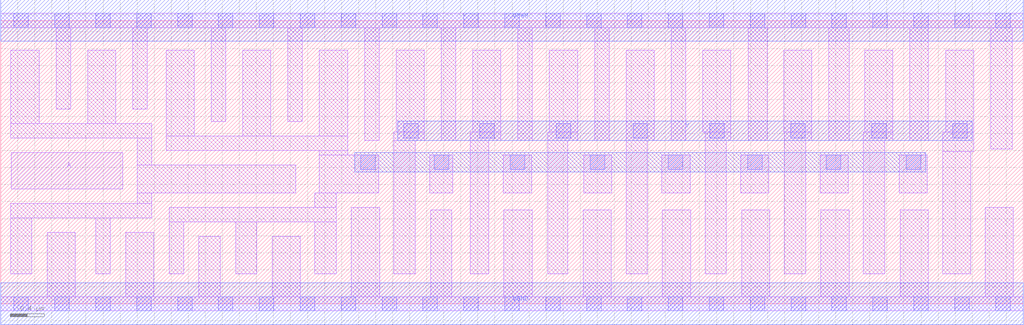
<source format=lef>
# Copyright 2020 The SkyWater PDK Authors
#
# Licensed under the Apache License, Version 2.0 (the "License");
# you may not use this file except in compliance with the License.
# You may obtain a copy of the License at
#
#     https://www.apache.org/licenses/LICENSE-2.0
#
# Unless required by applicable law or agreed to in writing, software
# distributed under the License is distributed on an "AS IS" BASIS,
# WITHOUT WARRANTIES OR CONDITIONS OF ANY KIND, either express or implied.
# See the License for the specific language governing permissions and
# limitations under the License.
#
# SPDX-License-Identifier: Apache-2.0

VERSION 5.7 ;
  NAMESCASESENSITIVE ON ;
  NOWIREEXTENSIONATPIN ON ;
  DIVIDERCHAR "/" ;
  BUSBITCHARS "[]" ;
UNITS
  DATABASE MICRONS 200 ;
END UNITS
MACRO sky130_fd_sc_ms__bufinv_16
  CLASS CORE ;
  FOREIGN sky130_fd_sc_ms__bufinv_16 ;
  ORIGIN  0.000000  0.000000 ;
  SIZE  12.00000 BY  3.330000 ;
  SYMMETRY X Y ;
  SITE unit ;
  PIN A
    ANTENNAGATEAREA  0.937800 ;
    DIRECTION INPUT ;
    USE SIGNAL ;
    PORT
      LAYER li1 ;
        RECT 0.125000 1.350000 1.430000 1.780000 ;
    END
  END A
  PIN Y
    ANTENNADIFFAREA  4.121600 ;
    DIRECTION OUTPUT ;
    USE SIGNAL ;
    PORT
      LAYER met1 ;
        RECT 4.660000 1.920000 11.400000 2.150000 ;
    END
  END Y
  PIN VGND
    DIRECTION INOUT ;
    USE GROUND ;
    PORT
      LAYER met1 ;
        RECT 0.000000 -0.245000 12.000000 0.245000 ;
    END
  END VGND
  PIN VPWR
    DIRECTION INOUT ;
    USE POWER ;
    PORT
      LAYER met1 ;
        RECT 0.000000 3.085000 12.000000 3.575000 ;
    END
  END VPWR
  OBS
    LAYER li1 ;
      RECT  0.000000 -0.085000 12.000000 0.085000 ;
      RECT  0.000000  3.245000 12.000000 3.415000 ;
      RECT  0.115000  0.350000  0.365000 1.010000 ;
      RECT  0.115000  1.010000  1.770000 1.180000 ;
      RECT  0.120000  1.950000  1.770000 2.120000 ;
      RECT  0.120000  2.120000  0.450000 2.980000 ;
      RECT  0.545000  0.085000  0.875000 0.840000 ;
      RECT  0.650000  2.290000  0.820000 3.245000 ;
      RECT  1.020000  2.120000  1.350000 2.980000 ;
      RECT  1.115000  0.350000  1.285000 1.010000 ;
      RECT  1.465000  0.085000  1.795000 0.840000 ;
      RECT  1.550000  2.290000  1.720000 3.245000 ;
      RECT  1.600000  1.180000  1.770000 1.300000 ;
      RECT  1.600000  1.300000  3.460000 1.630000 ;
      RECT  1.600000  1.630000  1.770000 1.950000 ;
      RECT  1.940000  1.800000  4.070000 1.970000 ;
      RECT  1.940000  1.970000  2.270000 2.980000 ;
      RECT  1.975000  0.350000  2.145000 0.960000 ;
      RECT  1.975000  0.960000  3.935000 1.130000 ;
      RECT  2.325000  0.085000  2.575000 0.790000 ;
      RECT  2.470000  2.140000  2.640000 3.245000 ;
      RECT  2.755000  0.350000  3.005000 0.960000 ;
      RECT  2.840000  1.970000  3.170000 2.980000 ;
      RECT  3.185000  0.085000  3.515000 0.790000 ;
      RECT  3.370000  2.140000  3.540000 3.245000 ;
      RECT  3.685000  0.350000  3.935000 0.960000 ;
      RECT  3.685000  1.130000  3.935000 1.300000 ;
      RECT  3.740000  1.300000  4.435000 1.750000 ;
      RECT  3.740000  1.750000  4.070000 1.800000 ;
      RECT  3.740000  1.970000  4.070000 2.980000 ;
      RECT  4.115000  0.085000  4.445000 1.130000 ;
      RECT  4.270000  1.920000  4.440000 3.245000 ;
      RECT  4.615000  0.350000  4.865000 1.920000 ;
      RECT  4.615000  1.920000  4.970000 2.020000 ;
      RECT  4.640000  2.020000  4.970000 2.980000 ;
      RECT  5.035000  1.300000  5.305000 1.750000 ;
      RECT  5.045000  0.085000  5.295000 1.105000 ;
      RECT  5.170000  1.920000  5.340000 3.245000 ;
      RECT  5.510000  0.350000  5.725000 1.920000 ;
      RECT  5.510000  1.920000  5.870000 2.020000 ;
      RECT  5.540000  2.020000  5.870000 2.980000 ;
      RECT  5.900000  1.300000  6.230000 1.750000 ;
      RECT  5.905000  0.085000  6.235000 1.105000 ;
      RECT  6.070000  1.920000  6.240000 3.245000 ;
      RECT  6.420000  0.350000  6.655000 1.920000 ;
      RECT  6.420000  1.920000  6.770000 2.020000 ;
      RECT  6.440000  2.020000  6.770000 2.980000 ;
      RECT  6.835000  0.085000  7.165000 1.105000 ;
      RECT  6.840000  1.300000  7.170000 1.750000 ;
      RECT  6.970000  1.920000  7.140000 3.245000 ;
      RECT  7.340000  0.350000  7.585000 1.920000 ;
      RECT  7.340000  1.920000  7.670000 2.980000 ;
      RECT  7.760000  1.300000  8.090000 1.750000 ;
      RECT  7.765000  0.085000  8.095000 1.105000 ;
      RECT  7.870000  1.920000  8.040000 3.245000 ;
      RECT  8.240000  2.020000  8.570000 2.980000 ;
      RECT  8.265000  0.350000  8.515000 1.920000 ;
      RECT  8.265000  1.920000  8.570000 2.020000 ;
      RECT  8.685000  1.300000  9.015000 1.750000 ;
      RECT  8.695000  0.085000  9.025000 1.105000 ;
      RECT  8.770000  1.920000  8.995000 3.245000 ;
      RECT  9.190000  2.020000  9.520000 2.980000 ;
      RECT  9.195000  0.350000  9.445000 1.920000 ;
      RECT  9.195000  1.920000  9.520000 2.020000 ;
      RECT  9.615000  1.300000  9.945000 1.750000 ;
      RECT  9.625000  0.085000  9.955000 1.105000 ;
      RECT  9.720000  1.920000  9.955000 3.245000 ;
      RECT 10.125000  0.350000 10.375000 1.920000 ;
      RECT 10.125000  1.920000 10.470000 2.020000 ;
      RECT 10.140000  2.020000 10.470000 2.980000 ;
      RECT 10.545000  1.300000 10.875000 1.750000 ;
      RECT 10.555000  0.085000 10.885000 1.105000 ;
      RECT 10.670000  1.920000 10.885000 3.245000 ;
      RECT 11.055000  0.350000 11.385000 1.790000 ;
      RECT 11.055000  1.790000 11.420000 2.020000 ;
      RECT 11.090000  2.020000 11.420000 2.980000 ;
      RECT 11.555000  0.085000 11.885000 1.130000 ;
      RECT 11.620000  1.820000 11.870000 3.245000 ;
    LAYER mcon ;
      RECT  0.155000 -0.085000  0.325000 0.085000 ;
      RECT  0.155000  3.245000  0.325000 3.415000 ;
      RECT  0.635000 -0.085000  0.805000 0.085000 ;
      RECT  0.635000  3.245000  0.805000 3.415000 ;
      RECT  1.115000 -0.085000  1.285000 0.085000 ;
      RECT  1.115000  3.245000  1.285000 3.415000 ;
      RECT  1.595000 -0.085000  1.765000 0.085000 ;
      RECT  1.595000  3.245000  1.765000 3.415000 ;
      RECT  2.075000 -0.085000  2.245000 0.085000 ;
      RECT  2.075000  3.245000  2.245000 3.415000 ;
      RECT  2.555000 -0.085000  2.725000 0.085000 ;
      RECT  2.555000  3.245000  2.725000 3.415000 ;
      RECT  3.035000 -0.085000  3.205000 0.085000 ;
      RECT  3.035000  3.245000  3.205000 3.415000 ;
      RECT  3.515000 -0.085000  3.685000 0.085000 ;
      RECT  3.515000  3.245000  3.685000 3.415000 ;
      RECT  3.995000 -0.085000  4.165000 0.085000 ;
      RECT  3.995000  3.245000  4.165000 3.415000 ;
      RECT  4.225000  1.580000  4.395000 1.750000 ;
      RECT  4.475000 -0.085000  4.645000 0.085000 ;
      RECT  4.475000  3.245000  4.645000 3.415000 ;
      RECT  4.730000  1.950000  4.900000 2.120000 ;
      RECT  4.955000 -0.085000  5.125000 0.085000 ;
      RECT  4.955000  3.245000  5.125000 3.415000 ;
      RECT  5.090000  1.580000  5.260000 1.750000 ;
      RECT  5.435000 -0.085000  5.605000 0.085000 ;
      RECT  5.435000  3.245000  5.605000 3.415000 ;
      RECT  5.620000  1.950000  5.790000 2.120000 ;
      RECT  5.915000 -0.085000  6.085000 0.085000 ;
      RECT  5.915000  3.245000  6.085000 3.415000 ;
      RECT  5.980000  1.580000  6.150000 1.750000 ;
      RECT  6.395000 -0.085000  6.565000 0.085000 ;
      RECT  6.395000  3.245000  6.565000 3.415000 ;
      RECT  6.520000  1.950000  6.690000 2.120000 ;
      RECT  6.875000 -0.085000  7.045000 0.085000 ;
      RECT  6.875000  3.245000  7.045000 3.415000 ;
      RECT  6.920000  1.580000  7.090000 1.750000 ;
      RECT  7.355000 -0.085000  7.525000 0.085000 ;
      RECT  7.355000  3.245000  7.525000 3.415000 ;
      RECT  7.420000  1.950000  7.590000 2.120000 ;
      RECT  7.835000 -0.085000  8.005000 0.085000 ;
      RECT  7.835000  1.580000  8.005000 1.750000 ;
      RECT  7.835000  3.245000  8.005000 3.415000 ;
      RECT  8.315000 -0.085000  8.485000 0.085000 ;
      RECT  8.315000  3.245000  8.485000 3.415000 ;
      RECT  8.320000  1.950000  8.490000 2.120000 ;
      RECT  8.765000  1.580000  8.935000 1.750000 ;
      RECT  8.795000 -0.085000  8.965000 0.085000 ;
      RECT  8.795000  3.245000  8.965000 3.415000 ;
      RECT  9.270000  1.950000  9.440000 2.120000 ;
      RECT  9.275000 -0.085000  9.445000 0.085000 ;
      RECT  9.275000  3.245000  9.445000 3.415000 ;
      RECT  9.690000  1.580000  9.860000 1.750000 ;
      RECT  9.755000 -0.085000  9.925000 0.085000 ;
      RECT  9.755000  3.245000  9.925000 3.415000 ;
      RECT 10.220000  1.950000 10.390000 2.120000 ;
      RECT 10.235000 -0.085000 10.405000 0.085000 ;
      RECT 10.235000  3.245000 10.405000 3.415000 ;
      RECT 10.625000  1.580000 10.795000 1.750000 ;
      RECT 10.715000 -0.085000 10.885000 0.085000 ;
      RECT 10.715000  3.245000 10.885000 3.415000 ;
      RECT 11.170000  1.950000 11.340000 2.120000 ;
      RECT 11.195000 -0.085000 11.365000 0.085000 ;
      RECT 11.195000  3.245000 11.365000 3.415000 ;
      RECT 11.675000 -0.085000 11.845000 0.085000 ;
      RECT 11.675000  3.245000 11.845000 3.415000 ;
    LAYER met1 ;
      RECT 4.155000 1.550000 10.855000 1.780000 ;
  END
END sky130_fd_sc_ms__bufinv_16
END LIBRARY

</source>
